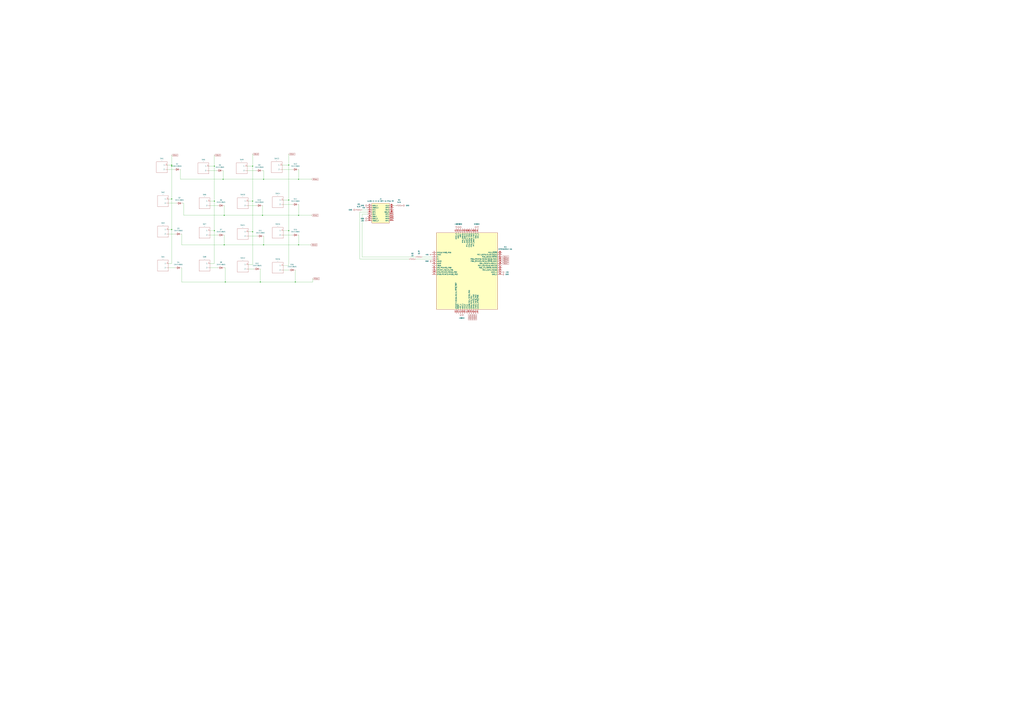
<source format=kicad_sch>
(kicad_sch (version 20250114) (generator "eeschema") (generator_version "9.0")
  (paper "A0")
  (lib_symbols
    (symbol "Atmega32u4:ATMEGA32U4-AU"
      (property "Reference" "IC" (at 77.47 27.94 0))
      (property "Value" "ATMEGA32U4-AU" (at 77.47 25.4 0))
      (symbol "ATMEGA32U4-AU_1_1"
        (rectangle (start 5.08 22.86) (end 76.2 -66.04) (stroke (width 0.254)) (fill (type background)))
        (pin passive line (at 0 0 0) (length 5.08) (name "(INT.6/AIN0)_PE6") (number "1"))
        (pin passive line (at 0 -2.54 0) (length 5.08) (name "UVCC") (number "2"))
        (pin passive line (at 0 -5.08 0) (length 5.08) (name "D-") (number "3"))
        (pin passive line (at 0 -7.62 0) (length 5.08) (name "D+") (number "4"))
        (pin passive line (at 0 -10.16 0) (length 5.08) (name "UGND") (number "5"))
        (pin passive line (at 0 -12.7 0) (length 5.08) (name "UCAP") (number "6"))
        (pin passive line (at 0 -15.24 0) (length 5.08) (name "VBUS") (number "7"))
        (pin passive line (at 0 -17.78 0) (length 5.08) (name "(SS/PCINT0)_PB0") (number "8"))
        (pin passive line (at 0 -20.32 0) (length 5.08) (name "(PCINT1/SCLK)_PB1") (number "9"))
        (pin passive line (at 0 -22.86 0) (length 5.08) (name "(PDI/PCINT2/MOSI)_PB2") (number "10"))
        (pin passive line (at 0 -25.4 0) (length 5.08) (name "(PDO/PCINT3/MISO)_PB3") (number "11"))
        (pin passive line (at 27.94 27.94 270) (length 5.08) (name "AVCC_2") (number "44"))
        (pin passive line (at 27.94 -71.12 90) (length 5.08) (name "(PCINT7/OC0A/OC1C/~{RTS)_PB7}") (number "12"))
        (pin passive line (at 30.48 27.94 270) (length 5.08) (name "GND_4") (number "43"))
        (pin passive line (at 30.48 -71.12 90) (length 5.08) (name "~{RESET}") (number "13"))
        (pin passive line (at 33.02 27.94 270) (length 5.08) (name "AREF") (number "42"))
        (pin passive line (at 33.02 -71.12 90) (length 5.08) (name "VCC_1") (number "14"))
        (pin passive line (at 35.56 27.94 270) (length 5.08) (name "PF0_(ADC0)") (number "41"))
        (pin passive line (at 35.56 -71.12 90) (length 5.08) (name "GND_1") (number "15"))
        (pin passive line (at 38.1 27.94 270) (length 5.08) (name "PF1_(ADC1)") (number "40"))
        (pin passive line (at 38.1 -71.12 90) (length 5.08) (name "XTAL2") (number "16"))
        (pin passive line (at 40.64 27.94 270) (length 5.08) (name "PF4_(ADC4/TCK)") (number "39"))
        (pin passive line (at 40.64 -71.12 90) (length 5.08) (name "XTAL1") (number "17"))
        (pin passive line (at 43.18 27.94 270) (length 5.08) (name "PF5_(ADC5/TMS)") (number "38"))
        (pin passive line (at 43.18 -71.12 90) (length 5.08) (name "(OC0B/SCL/INT0)_PD0") (number "18"))
        (pin passive line (at 45.72 27.94 270) (length 5.08) (name "PF6_(ADC6/TDO)") (number "37"))
        (pin passive line (at 45.72 -71.12 90) (length 5.08) (name "(SDA/INT1)_PD1") (number "19"))
        (pin passive line (at 48.26 27.94 270) (length 5.08) (name "PF7_(ADC7/TDI)") (number "36"))
        (pin passive line (at 48.26 -71.12 90) (length 5.08) (name "(RXD1/INT2)_PD2") (number "20"))
        (pin passive line (at 50.8 27.94 270) (length 5.08) (name "GND_3") (number "35"))
        (pin passive line (at 50.8 -71.12 90) (length 5.08) (name "(TXD1/INT3)_PD3") (number "21"))
        (pin passive line (at 53.34 27.94 270) (length 5.08) (name "VCC_2") (number "34"))
        (pin passive line (at 53.34 -71.12 90) (length 5.08) (name "(XCK1/~{CTS)_PD5}") (number "22"))
        (pin passive line (at 81.28 0 180) (length 5.08) (name "PE2_(~{HWB)}") (number "33"))
        (pin passive line (at 81.28 -2.54 180) (length 5.08) (name "PC7_(ICP3/CLK0/OC)4A") (number "32"))
        (pin passive line (at 81.28 -5.08 180) (length 5.08) (name "PC6_(OC3A/~{OC4A)}") (number "31"))
        (pin passive line (at 81.28 -7.62 180) (length 5.08) (name "PB6_(PCINT6/OC1B/OC4B/ADC)") (number "30"))
        (pin passive line (at 81.28 -10.16 180) (length 5.08) (name "PB5_(PCINT5/OC1A/~{OC4B}/ADC)") (number "29"))
        (pin passive line (at 81.28 -12.7 180) (length 5.08) (name "PB4_(PCINT4/ADC11)") (number "28"))
        (pin passive line (at 81.28 -15.24 180) (length 5.08) (name "PD7_(T0/OC4D/ADC10)") (number "27"))
        (pin passive line (at 81.28 -17.78 180) (length 5.08) (name "PD6_(T1/~{OC4D}/ADC9)") (number "26"))
        (pin passive line (at 81.28 -20.32 180) (length 5.08) (name "PD4_(ICP1/ADC8)") (number "25"))
        (pin passive line (at 81.28 -22.86 180) (length 5.08) (name "AVCC_1") (number "24"))
        (pin passive line (at 81.28 -25.4 180) (length 5.08) (name "GND_2") (number "23"))
      )
    )
    (symbol "Device:R_US" (pin_numbers (hide yes)) (pin_names (offset 0))
      (property "Reference" "R" (at 2.54 0 90))
      (property "Value" "R_US" (at -2.54 0 90))
      (symbol "R_US_0_1"
        (polyline (pts (xy 0 2.286) (xy 0 2.54)))
        (polyline (pts (xy 0 2.286) (xy 1.016 1.905) (xy 0 1.524) (xy -1.016 1.143) (xy 0 0.762)))
        (polyline (pts (xy 0 0.762) (xy 1.016 0.381) (xy 0 0) (xy -1.016 -0.381) (xy 0 -0.762)))
        (polyline (pts (xy 0 -0.762) (xy 1.016 -1.143) (xy 0 -1.524) (xy -1.016 -1.905) (xy 0 -2.286)))
        (polyline (pts (xy 0 -2.286) (xy 0 -2.54)))
      )
      (symbol "R_US_1_1"
        (pin passive line (at 0 3.81 270) (length 1.27) (name "~") (number "1"))
        (pin passive line (at 0 -3.81 90) (length 1.27) (name "~") (number "2"))
      )
    )
    (symbol "Diode:1N4148WS" (pin_numbers (hide yes)) (pin_names (hide yes))
      (property "Reference" "D" (at 0 2.54 0))
      (property "Value" "1N4148WS" (at 0 -2.54 0))
      (symbol "1N4148WS_0_1"
        (polyline (pts (xy -1.27 1.27) (xy -1.27 -1.27)) (stroke (width 0.254)))
        (polyline (pts (xy 1.27 1.27) (xy 1.27 -1.27) (xy -1.27 0) (xy 1.27 1.27)) (stroke (width 0.254)))
        (polyline (pts (xy 1.27 0) (xy -1.27 0)))
      )
      (symbol "1N4148WS_1_1"
        (pin passive line (at -3.81 0 0) (length 2.54) (name "K") (number "1"))
        (pin passive line (at 3.81 0 180) (length 2.54) (name "A") (number "2"))
      )
    )
    (symbol "USB Connectors Type C:UJ20-C-H-G-SMT-5-P16-TR"
      (property "Reference" "J" (at 26.67 7.62 0))
      (property "Value" "UJ20-C-H-G-SMT-5-P16-TR" (at 26.67 5.08 0))
      (symbol "UJ20-C-H-G-SMT-5-P16-TR_1_1"
        (rectangle (start 5.08 2.54) (end 25.4 -20.32) (stroke (width 0.254)) (fill (type background)))
        (pin passive line (at 0 0 0) (length 5.08) (name "GND_1") (number "A1"))
        (pin passive line (at 0 -2.54 0) (length 5.08) (name "VBUS_1") (number "A4"))
        (pin passive line (at 0 -5.08 0) (length 5.08) (name "CC1") (number "A5"))
        (pin passive line (at 0 -7.62 0) (length 5.08) (name "DP1") (number "A6"))
        (pin passive line (at 0 -10.16 0) (length 5.08) (name "DN1") (number "A7"))
        (pin passive line (at 0 -12.7 0) (length 5.08) (name "SBU1") (number "A8"))
        (pin passive line (at 0 -15.24 0) (length 5.08) (name "GND_2") (number "B1"))
        (pin passive line (at 0 -17.78 0) (length 5.08) (name "VBUS_2") (number "B4"))
        (pin passive line (at 30.48 0 180) (length 5.08) (name "CC2") (number "B5"))
        (pin passive line (at 30.48 -2.54 180) (length 5.08) (name "DP2") (number "B6"))
        (pin passive line (at 30.48 -5.08 180) (length 5.08) (name "DN2") (number "B7"))
        (pin passive line (at 30.48 -7.62 180) (length 5.08) (name "SBU2") (number "B8"))
        (pin passive line (at 30.48 -10.16 180) (length 5.08) (name "MP1") (number "MP1"))
        (pin passive line (at 30.48 -12.7 180) (length 5.08) (name "MP2") (number "MP2"))
        (pin passive line (at 30.48 -15.24 180) (length 5.08) (name "MP3") (number "MP3"))
        (pin passive line (at 30.48 -17.78 180) (length 5.08) (name "MP4") (number "MP4"))
      )
    )
    (symbol "cherry_mx_key:MX1A-G1NW"
      (property "Reference" "SW" (at 0 0 0))
      (symbol "MX1A-G1NW_0_1"
        (rectangle (start -6.35 6.35) (end 6.35 -6.35))
      )
      (symbol "MX1A-G1NW_1_1"
        (pin passive line (at 6.35 2.54 180) (length 2.54) (name "1") (number "1"))
        (pin passive line (at 6.35 -2.54 180) (length 2.54) (name "2") (number ""))
      )
    )
    (symbol "power:+5V" (power) (pin_numbers (hide yes)) (pin_names (offset 0) (hide yes))
      (property "Value" "+5V" (at 0 3.556 0))
      (symbol "+5V_0_1"
        (polyline (pts (xy -0.762 1.27) (xy 0 2.54)))
        (polyline (pts (xy 0 2.54) (xy 0.762 1.27)))
        (polyline (pts (xy 0 0) (xy 0 2.54)))
      )
      (symbol "+5V_1_1"
        (pin power_in line (at 0 0 90) (length 0) (name "~") (number "1"))
      )
    )
    (symbol "power:GND" (power) (pin_numbers (hide yes)) (pin_names (offset 0) (hide yes))
      (property "Value" "GND" (at 0 -3.81 0))
      (symbol "GND_0_1"
        (polyline (pts (xy 0 0) (xy 0 -1.27) (xy 1.27 -1.27) (xy 0 -2.54) (xy -1.27 -1.27) (xy 0 -1.27)))
      )
      (symbol "GND_1_1"
        (pin power_in line (at 0 0 270) (length 0) (name "~") (number "1"))
      )
    )
  )
  (junction (at 260.35 284.48))
  (junction (at 261.62 327.66))
  (junction (at 306.07 284.48))
  (junction (at 342.9 327.66))
  (junction (at 346.71 284.48))
  (junction (at 335.28 191.77))
  (junction (at 260.35 250.19))
  (junction (at 248.92 267.97))
  (junction (at 199.39 231.14))
  (junction (at 259.08 208.28))
  (junction (at 199.39 266.7))
  (junction (at 335.28 267.97))
  (junction (at 248.92 233.68))
  (junction (at 293.37 269.24))
  (junction (at 302.26 327.66))
  (junction (at 199.39 191.77))
  (junction (at 304.8 250.19))
  (junction (at 248.92 193.04))
  (junction (at 199.39 193.04))
  (junction (at 346.71 250.19))
  (junction (at 306.07 208.28))
  (junction (at 293.37 193.04))
  (junction (at 335.28 232.41))
  (junction (at 346.71 208.28))
  (junction (at 293.37 233.68))
  (wire (pts (xy 346.71 250.19) (xy 361.95 250.19)))
  (wire (pts (xy 195.58 311.15) (xy 203.2 311.15)))
  (wire (pts (xy 288.29 274.32) (xy 298.45 274.32)))
  (wire (pts (xy 261.62 311.15) (xy 261.62 327.66)))
  (wire (pts (xy 293.37 233.68) (xy 293.37 269.24)))
  (wire (pts (xy 490.22 298.45) (xy 501.65 298.45)))
  (wire (pts (xy 346.71 196.85) (xy 346.71 208.28)))
  (wire (pts (xy 248.92 180.34) (xy 248.92 193.04)))
  (wire (pts (xy 213.36 236.22) (xy 213.36 250.19)))
  (wire (pts (xy 209.55 208.28) (xy 259.08 208.28)))
  (wire (pts (xy 328.93 232.41) (xy 335.28 232.41)))
  (wire (pts (xy 288.29 312.42) (xy 294.64 312.42)))
  (wire (pts (xy 243.84 311.15) (xy 252.73 311.15)))
  (wire (pts (xy 242.57 198.12) (xy 251.46 198.12)))
  (wire (pts (xy 199.39 266.7) (xy 199.39 306.07)))
  (wire (pts (xy 474.98 300.99) (xy 417.83 300.99)))
  (wire (pts (xy 293.37 307.34) (xy 288.29 307.34)))
  (wire (pts (xy 260.35 250.19) (xy 304.8 250.19)))
  (wire (pts (xy 259.08 198.12) (xy 259.08 208.28)))
  (wire (pts (xy 304.8 250.19) (xy 346.71 250.19)))
  (wire (pts (xy 420.37 243.84) (xy 426.72 243.84)))
  (wire (pts (xy 209.55 196.85) (xy 209.55 208.28)))
  (wire (pts (xy 328.93 267.97) (xy 335.28 267.97)))
  (wire (pts (xy 260.35 311.15) (xy 261.62 311.15)))
  (wire (pts (xy 363.22 323.85) (xy 363.22 327.66)))
  (wire (pts (xy 199.39 180.34) (xy 199.39 191.77)))
  (wire (pts (xy 199.39 231.14) (xy 199.39 266.7)))
  (wire (pts (xy 248.92 193.04) (xy 248.92 233.68)))
  (wire (pts (xy 306.07 198.12) (xy 306.07 208.28)))
  (wire (pts (xy 243.84 267.97) (xy 248.92 267.97)))
  (wire (pts (xy 293.37 179.07) (xy 293.37 193.04)))
  (wire (pts (xy 306.07 274.32) (xy 306.07 284.48)))
  (wire (pts (xy 260.35 284.48) (xy 306.07 284.48)))
  (wire (pts (xy 210.82 327.66) (xy 261.62 327.66)))
  (wire (pts (xy 346.71 208.28) (xy 361.95 208.28)))
  (wire (pts (xy 248.92 306.07) (xy 243.84 306.07)))
  (wire (pts (xy 346.71 284.48) (xy 360.68 284.48)))
  (wire (pts (xy 288.29 238.76) (xy 297.18 238.76)))
  (wire (pts (xy 242.57 193.04) (xy 248.92 193.04)))
  (wire (pts (xy 335.28 267.97) (xy 335.28 308.61)))
  (wire (pts (xy 482.6 298.45) (xy 420.37 298.45)))
  (wire (pts (xy 417.83 246.38) (xy 426.72 246.38)))
  (wire (pts (xy 293.37 269.24) (xy 293.37 307.34)))
  (wire (pts (xy 457.2 238.76) (xy 459.74 238.76)))
  (wire (pts (xy 346.71 237.49) (xy 346.71 250.19)))
  (wire (pts (xy 210.82 284.48) (xy 260.35 284.48)))
  (wire (pts (xy 243.84 233.68) (xy 248.92 233.68)))
  (wire (pts (xy 194.31 196.85) (xy 201.93 196.85)))
  (wire (pts (xy 260.35 238.76) (xy 260.35 250.19)))
  (wire (pts (xy 259.08 208.28) (xy 306.07 208.28)))
  (wire (pts (xy 306.07 208.28) (xy 346.71 208.28)))
  (wire (pts (xy 199.39 191.77) (xy 199.39 193.04)))
  (wire (pts (xy 342.9 327.66) (xy 363.22 327.66)))
  (wire (pts (xy 327.66 191.77) (xy 335.28 191.77)))
  (wire (pts (xy 210.82 271.78) (xy 210.82 284.48)))
  (wire (pts (xy 243.84 273.05) (xy 252.73 273.05)))
  (wire (pts (xy 213.36 250.19) (xy 260.35 250.19)))
  (wire (pts (xy 420.37 298.45) (xy 420.37 248.92)))
  (wire (pts (xy 335.28 179.07) (xy 335.28 191.77)))
  (wire (pts (xy 261.62 327.66) (xy 302.26 327.66)))
  (wire (pts (xy 260.35 273.05) (xy 260.35 284.48)))
  (wire (pts (xy 335.28 191.77) (xy 335.28 232.41)))
  (wire (pts (xy 199.39 306.07) (xy 195.58 306.07)))
  (wire (pts (xy 482.6 300.99) (xy 501.65 300.99)))
  (wire (pts (xy 199.39 193.04) (xy 199.39 231.14)))
  (wire (pts (xy 248.92 267.97) (xy 248.92 306.07)))
  (wire (pts (xy 243.84 238.76) (xy 252.73 238.76)))
  (wire (pts (xy 287.02 193.04) (xy 293.37 193.04)))
  (wire (pts (xy 335.28 308.61) (xy 328.93 308.61)))
  (wire (pts (xy 199.39 231.14) (xy 195.58 231.14)))
  (wire (pts (xy 306.07 284.48) (xy 346.71 284.48)))
  (wire (pts (xy 203.2 193.04) (xy 199.39 193.04)))
  (wire (pts (xy 302.26 327.66) (xy 342.9 327.66)))
  (wire (pts (xy 304.8 238.76) (xy 304.8 250.19)))
  (wire (pts (xy 327.66 196.85) (xy 339.09 196.85)))
  (wire (pts (xy 417.83 300.99) (xy 417.83 246.38)))
  (wire (pts (xy 210.82 311.15) (xy 210.82 327.66)))
  (wire (pts (xy 342.9 313.69) (xy 342.9 327.66)))
  (wire (pts (xy 248.92 233.68) (xy 248.92 267.97)))
  (wire (pts (xy 302.26 312.42) (xy 302.26 327.66)))
  (wire (pts (xy 346.71 273.05) (xy 346.71 284.48)))
  (wire (pts (xy 420.37 248.92) (xy 426.72 248.92)))
  (wire (pts (xy 195.58 271.78) (xy 203.2 271.78)))
  (wire (pts (xy 288.29 269.24) (xy 293.37 269.24)))
  (wire (pts (xy 328.93 313.69) (xy 335.28 313.69)))
  (wire (pts (xy 195.58 236.22) (xy 204.47 236.22)))
  (wire (pts (xy 335.28 232.41) (xy 335.28 267.97)))
  (wire (pts (xy 288.29 233.68) (xy 293.37 233.68)))
  (wire (pts (xy 328.93 237.49) (xy 339.09 237.49)))
  (wire (pts (xy 287.02 198.12) (xy 297.18 198.12)))
  (wire (pts (xy 194.31 191.77) (xy 199.39 191.77)))
  (wire (pts (xy 293.37 193.04) (xy 293.37 233.68)))
  (wire (pts (xy 212.09 236.22) (xy 213.36 236.22)))
  (wire (pts (xy 195.58 266.7) (xy 199.39 266.7)))
  (wire (pts (xy 304.8 198.12) (xy 306.07 198.12)))
  (wire (pts (xy 328.93 273.05) (xy 339.09 273.05)))
  (global_label "ROW1" (shape input) (at 361.95 208.28 0) (property "Intersheetrefs" "${INTERSHEET_REFS}" (effects (hide yes))))
  (global_label "ROW1" (shape input) (at 582.93 306.07 0) (property "Intersheetrefs" "${INTERSHEET_REFS}" (effects (hide yes))))
  (global_label "COL3" (shape input) (at 293.37 179.07 0) (property "Intersheetrefs" "${INTERSHEET_REFS}" (effects (hide yes))))
  (global_label "COL2" (shape input) (at 547.37 364.49 270) (property "Intersheetrefs" "${INTERSHEET_REFS}" (effects (hide yes))))
  (global_label "COL1" (shape input) (at 199.39 180.34 0) (property "Intersheetrefs" "${INTERSHEET_REFS}" (effects (hide yes))))
  (global_label "COL3" (shape input) (at 549.91 364.49 270) (property "Intersheetrefs" "${INTERSHEET_REFS}" (effects (hide yes))))
  (global_label "COL2" (shape input) (at 248.92 180.34 0) (property "Intersheetrefs" "${INTERSHEET_REFS}" (effects (hide yes))))
  (global_label "COL4" (shape input) (at 552.45 364.49 270) (property "Intersheetrefs" "${INTERSHEET_REFS}" (effects (hide yes))))
  (global_label "ROW4" (shape input) (at 363.22 323.85 0) (property "Intersheetrefs" "${INTERSHEET_REFS}" (effects (hide yes))))
  (global_label "ROW2" (shape input) (at 361.95 250.19 0) (property "Intersheetrefs" "${INTERSHEET_REFS}" (effects (hide yes))))
  (global_label "ROW3" (shape input) (at 360.68 284.48 0) (property "Intersheetrefs" "${INTERSHEET_REFS}" (effects (hide yes))))
  (global_label "ROW2" (shape input) (at 582.93 303.53 0) (property "Intersheetrefs" "${INTERSHEET_REFS}" (effects (hide yes))))
  (global_label "COL1" (shape input) (at 544.83 364.49 270) (property "Intersheetrefs" "${INTERSHEET_REFS}" (effects (hide yes))))
  (global_label "COL4" (shape input) (at 335.28 179.07 0) (property "Intersheetrefs" "${INTERSHEET_REFS}" (effects (hide yes))))
  (global_label "ROW4" (shape input) (at 582.93 298.45 0) (property "Intersheetrefs" "${INTERSHEET_REFS}" (effects (hide yes))))
  (global_label "ROW3" (shape input) (at 582.93 300.99 0) (property "Intersheetrefs" "${INTERSHEET_REFS}" (effects (hide yes))))
  (symbol (lib_id "Diode:1N4148WS") (at 256.54 273.05 180) (unit 1)
    (property "Reference" "D7" (at 256.54 266.7 0))
    (property "Value" "1N4148WS" (at 256.54 269.24 0))
    (property "Footprint" "Diode_SMD:D_SOD-323" (effects (hide yes)))
    (property "Datasheet" "https://www.vishay.com/docs/85751/1n4148ws.pdf" (effects (hide yes)))
    (property "Description" "75V 0.15A Fast switching Diode, SOD-323" (effects (hide yes)))
    (property "Sim.Device" "D" (effects (hide yes)))
    (property "Sim.Pins" "1=K 2=A" (effects (hide yes)))
  )
  (symbol (lib_id "Diode:1N4148WS") (at 342.9 237.49 180) (unit 1)
    (property "Reference" "D14" (at 342.9 231.14 0))
    (property "Value" "1N4148WS" (at 342.9 233.68 0))
    (property "Footprint" "Diode_SMD:D_SOD-323" (effects (hide yes)))
    (property "Datasheet" "https://www.vishay.com/docs/85751/1n4148ws.pdf" (effects (hide yes)))
    (property "Description" "75V 0.15A Fast switching Diode, SOD-323" (effects (hide yes)))
    (property "Sim.Device" "D" (effects (hide yes)))
    (property "Sim.Pins" "1=K 2=A" (effects (hide yes)))
  )
  (symbol (lib_id "Diode:1N4148WS") (at 298.45 312.42 180) (unit 1)
    (property "Reference" "D12" (at 298.45 306.07 0))
    (property "Value" "1N4148WS" (at 298.45 308.61 0))
    (property "Footprint" "Diode_SMD:D_SOD-323" (effects (hide yes)))
    (property "Datasheet" "https://www.vishay.com/docs/85751/1n4148ws.pdf" (effects (hide yes)))
    (property "Description" "75V 0.15A Fast switching Diode, SOD-323" (effects (hide yes)))
    (property "Sim.Device" "D" (effects (hide yes)))
    (property "Sim.Pins" "1=K 2=A" (effects (hide yes)))
  )
  (symbol (lib_id "Diode:1N4148WS") (at 342.9 273.05 180) (unit 1)
    (property "Reference" "D15" (at 342.9 266.7 0))
    (property "Value" "1N4148WS" (at 342.9 269.24 0))
    (property "Footprint" "Diode_SMD:D_SOD-323" (effects (hide yes)))
    (property "Datasheet" "https://www.vishay.com/docs/85751/1n4148ws.pdf" (effects (hide yes)))
    (property "Description" "75V 0.15A Fast switching Diode, SOD-323" (effects (hide yes)))
    (property "Sim.Device" "D" (effects (hide yes)))
    (property "Sim.Pins" "1=K 2=A" (effects (hide yes)))
  )
  (symbol (lib_id "Diode:1N4148WS") (at 256.54 238.76 180) (unit 1)
    (property "Reference" "D6" (at 256.54 232.41 0))
    (property "Value" "1N4148WS" (at 256.54 234.95 0))
    (property "Footprint" "Diode_SMD:D_SOD-323" (effects (hide yes)))
    (property "Datasheet" "https://www.vishay.com/docs/85751/1n4148ws.pdf" (effects (hide yes)))
    (property "Description" "75V 0.15A Fast switching Diode, SOD-323" (effects (hide yes)))
    (property "Sim.Device" "D" (effects (hide yes)))
    (property "Sim.Pins" "1=K 2=A" (effects (hide yes)))
  )
  (symbol (lib_id "Diode:1N4148WS") (at 342.9 196.85 180) (unit 1)
    (property "Reference" "D13" (at 342.9 190.5 0))
    (property "Value" "1N4148WS" (at 342.9 193.04 0))
    (property "Footprint" "Diode_SMD:D_SOD-323" (effects (hide yes)))
    (property "Datasheet" "https://www.vishay.com/docs/85751/1n4148ws.pdf" (effects (hide yes)))
    (property "Description" "75V 0.15A Fast switching Diode, SOD-323" (effects (hide yes)))
    (property "Sim.Device" "D" (effects (hide yes)))
    (property "Sim.Pins" "1=K 2=A" (effects (hide yes)))
  )
  (symbol (lib_id "Diode:1N4148WS") (at 255.27 198.12 180) (unit 1)
    (property "Reference" "D5" (at 255.27 191.77 0))
    (property "Value" "1N4148WS" (at 255.27 194.31 0))
    (property "Footprint" "Diode_SMD:D_SOD-323" (effects (hide yes)))
    (property "Datasheet" "https://www.vishay.com/docs/85751/1n4148ws.pdf" (effects (hide yes)))
    (property "Description" "75V 0.15A Fast switching Diode, SOD-323" (effects (hide yes)))
    (property "Sim.Device" "D" (effects (hide yes)))
    (property "Sim.Pins" "1=K 2=A" (effects (hide yes)))
  )
  (symbol (lib_id "USB Connectors Type C:UJ20-C-H-G-SMT-5-P16-TR") (at 426.72 238.76 0) (unit 1)
    (property "Reference" "J1" (at 441.96 231.14 0))
    (property "Value" "UJ20-C-H-G-SMT-5-P16-TR" (at 441.96 233.68 0))
    (property "Footprint" "UJ20CHGSMT5P16TR" (effects (hide yes)))
    (property "Datasheet" "https://www.sameskydevices.com/product/resource/uj20-c-h-g-smt-5-p16-tr.pdf" (effects (hide yes)))
    (property "Description" "Type C, USB 2.0, 480 Mbps, 48 Vac, 5 A, Horizontal, Gold Plated 3u, Surface Mount with post, 16 pin, USB Receptacle" (effects (hide yes)))
    (property "Height" "3.41" (effects (hide yes)))
    (property "Mouser Part Number" "179-UJ20CHGSMT5P16TR" (effects (hide yes)))
    (property "Mouser Price/Stock" "https://www.mouser.co.uk/ProductDetail/Same-Sky/UJ20-C-H-G-SMT-5-P16-TR?qs=IKkN%2F947nfD2hE8asV9%252BEg%3D%3D" (effects (hide yes)))
    (property "Manufacturer_Name" "Same Sky" (effects (hide yes)))
    (property "Manufacturer_Part_Number" "UJ20-C-H-G-SMT-5-P16-TR" (effects (hide yes)))
  )
  (symbol (lib_id "Device:R_US") (at 486.41 298.45 90) (unit 1)
    (property "Reference" "R1" (at 486.41 292.1 90))
    (property "Value" "22" (at 486.41 294.64 90))
    (property "Description" "Resistor, US symbol" (effects (hide yes)))
  )
  (symbol (lib_id "Diode:1N4148WS") (at 300.99 198.12 180) (unit 1)
    (property "Reference" "D9" (at 300.99 191.77 0))
    (property "Value" "1N4148WS" (at 300.99 194.31 0))
    (property "Footprint" "Diode_SMD:D_SOD-323" (effects (hide yes)))
    (property "Datasheet" "https://www.vishay.com/docs/85751/1n4148ws.pdf" (effects (hide yes)))
    (property "Description" "75V 0.15A Fast switching Diode, SOD-323" (effects (hide yes)))
    (property "Sim.Device" "D" (effects (hide yes)))
    (property "Sim.Pins" "1=K 2=A" (effects (hide yes)))
  )
  (symbol (lib_id "cherry_mx_key:MX1A-G1NW") (at 322.58 270.51 0) (unit 1)
    (property "Reference" "SW15" (at 322.58 260.35 0))
    (property "Value" "~" (at 322.58 262.89 0))
  )
  (symbol (lib_id "cherry_mx_key:MX1A-G1NW") (at 281.94 309.88 0) (unit 1)
    (property "Reference" "SW12" (at 281.94 299.72 0))
    (property "Value" "~" (at 281.94 302.26 0))
  )
  (symbol (lib_id "power:GND") (at 537.21 364.49 0) (unit 1)
    (property "Reference" "#PWR06" (effects (hide yes)))
    (property "Value" "GND" (at 537.21 369.57 0))
    (property "Description" "Power symbol creates a global label with name \"GND\" , ground" (effects (hide yes)))
  )
  (symbol (lib_id "cherry_mx_key:MX1A-G1NW") (at 237.49 308.61 0) (unit 1)
    (property "Reference" "SW8" (at 237.49 298.45 0))
    (property "Value" "~" (at 237.49 300.99 0))
  )
  (symbol (lib_id "Diode:1N4148WS") (at 339.09 313.69 180) (unit 1)
    (property "Reference" "D16" (at 339.09 307.34 0))
    (property "Value" "1N4148WS" (at 339.09 309.88 0))
    (property "Footprint" "Diode_SMD:D_SOD-323" (effects (hide yes)))
    (property "Datasheet" "https://www.vishay.com/docs/85751/1n4148ws.pdf" (effects (hide yes)))
    (property "Description" "75V 0.15A Fast switching Diode, SOD-323" (effects (hide yes)))
    (property "Sim.Device" "D" (effects (hide yes)))
    (property "Sim.Pins" "1=K 2=A" (effects (hide yes)))
  )
  (symbol (lib_id "Diode:1N4148WS") (at 302.26 274.32 180) (unit 1)
    (property "Reference" "D11" (at 302.26 267.97 0))
    (property "Value" "1N4148WS" (at 302.26 270.51 0))
    (property "Footprint" "Diode_SMD:D_SOD-323" (effects (hide yes)))
    (property "Datasheet" "https://www.vishay.com/docs/85751/1n4148ws.pdf" (effects (hide yes)))
    (property "Description" "75V 0.15A Fast switching Diode, SOD-323" (effects (hide yes)))
    (property "Sim.Device" "D" (effects (hide yes)))
    (property "Sim.Pins" "1=K 2=A" (effects (hide yes)))
  )
  (symbol (lib_id "cherry_mx_key:MX1A-G1NW") (at 281.94 236.22 0) (unit 1)
    (property "Reference" "SW10" (at 281.94 226.06 0))
    (property "Value" "~" (at 281.94 228.6 0))
  )
  (symbol (lib_id "power:GND") (at 552.45 265.43 180) (unit 1)
    (property "Reference" "#PWR08" (effects (hide yes)))
    (property "Value" "GND" (at 552.45 260.35 0))
    (property "Description" "Power symbol creates a global label with name \"GND\" , ground" (effects (hide yes)))
  )
  (symbol (lib_id "power:GND") (at 534.67 265.43 180) (unit 1)
    (property "Reference" "#PWR017" (effects (hide yes)))
    (property "Value" "GND" (at 534.67 260.35 0))
    (property "Description" "Power symbol creates a global label with name \"GND\" , ground" (effects (hide yes)))
  )
  (symbol (lib_id "cherry_mx_key:MX1A-G1NW") (at 281.94 271.78 0) (unit 1)
    (property "Reference" "SW11" (at 281.94 261.62 0))
    (property "Value" "~" (at 281.94 264.16 0))
  )
  (symbol (lib_id "Atmega32u4:ATMEGA32U4-AU") (at 501.65 293.37 0) (unit 1)
    (property "Reference" "IC1" (at 586.74 286.9498 0))
    (property "Value" "ATMEGA32U4-AU" (at 586.74 289.4898 0))
    (property "Footprint" "QFP80P1200X1200X120-44N" (effects (hide yes)))
    (property "Datasheet" "http://www.atmel.com/images/atmel-7766-8-bit-avr-atmega16u4-32u4_summary.pdf" (effects (hide yes)))
    (property "Description" "MCU AVR 32K FLASH 16MHZ 44-TQFP Atmel ATMEGA32U4-AU, 8bit AVR Microcontroller, 16MHz, 1 kB, 32 kB Flash, 44-Pin TQFP" (effects (hide yes)))
    (property "Height" "1.2" (effects (hide yes)))
    (property "Mouser Part Number" "556-ATMEGA32U4-AU" (effects (hide yes)))
    (property "Mouser Price/Stock" "https://www.mouser.co.uk/ProductDetail/Microchip-Technology/ATMEGA32U4-AU?qs=SSucg2PyLi7mKWjHIsNJ3w%3D%3D" (effects (hide yes)))
    (property "Manufacturer_Name" "Microchip" (effects (hide yes)))
    (property "Manufacturer_Part_Number" "ATMEGA32U4-AU" (effects (hide yes)))
  )
  (symbol (lib_id "power:+5V") (at 426.72 256.54 90) (unit 1)
    (property "Reference" "#PWR016" (effects (hide yes)))
    (property "Value" "+5V" (at 422.91 256.5399 90) (effects (justify left)))
    (property "Description" "Power symbol creates a global label with name \"+5V\"" (effects (hide yes)))
  )
  (symbol (lib_id "power:+5V") (at 534.67 364.49 180) (unit 1)
    (property "Reference" "#PWR013" (effects (hide yes)))
    (property "Value" "+5V" (at 534.67 369.57 0))
    (property "Description" "Power symbol creates a global label with name \"+5V\"" (effects (hide yes)))
  )
  (symbol (lib_id "cherry_mx_key:MX1A-G1NW") (at 322.58 234.95 0) (unit 1)
    (property "Reference" "SW14" (at 322.58 224.79 0))
    (property "Value" "~" (at 322.58 227.33 0))
  )
  (symbol (lib_id "Diode:1N4148WS") (at 208.28 236.22 180) (unit 1)
    (property "Reference" "D2" (at 208.28 229.87 0))
    (property "Value" "1N4148WS" (at 208.28 232.41 0))
    (property "Footprint" "Diode_SMD:D_SOD-323" (effects (hide yes)))
    (property "Datasheet" "https://www.vishay.com/docs/85751/1n4148ws.pdf" (effects (hide yes)))
    (property "Description" "75V 0.15A Fast switching Diode, SOD-323" (effects (hide yes)))
    (property "Sim.Device" "D" (effects (hide yes)))
    (property "Sim.Pins" "1=K 2=A" (effects (hide yes)))
  )
  (symbol (lib_id "Diode:1N4148WS") (at 256.54 311.15 180) (unit 1)
    (property "Reference" "D8" (at 256.54 304.8 0))
    (property "Value" "1N4148WS" (at 256.54 307.34 0))
    (property "Footprint" "Diode_SMD:D_SOD-323" (effects (hide yes)))
    (property "Datasheet" "https://www.vishay.com/docs/85751/1n4148ws.pdf" (effects (hide yes)))
    (property "Description" "75V 0.15A Fast switching Diode, SOD-323" (effects (hide yes)))
    (property "Sim.Device" "D" (effects (hide yes)))
    (property "Sim.Pins" "1=K 2=A" (effects (hide yes)))
  )
  (symbol (lib_id "Diode:1N4148WS") (at 300.99 238.76 180) (unit 1)
    (property "Reference" "D10" (at 300.99 232.41 0))
    (property "Value" "1N4148WS" (at 300.99 234.95 0))
    (property "Footprint" "Diode_SMD:D_SOD-323" (effects (hide yes)))
    (property "Datasheet" "https://www.vishay.com/docs/85751/1n4148ws.pdf" (effects (hide yes)))
    (property "Description" "75V 0.15A Fast switching Diode, SOD-323" (effects (hide yes)))
    (property "Sim.Device" "D" (effects (hide yes)))
    (property "Sim.Pins" "1=K 2=A" (effects (hide yes)))
  )
  (symbol (lib_id "power:GND") (at 426.72 254 270) (unit 1)
    (property "Reference" "#PWR04" (effects (hide yes)))
    (property "Value" "GND" (at 422.91 253.9999 90) (effects (justify right)))
    (property "Description" "Power symbol creates a global label with name \"GND\" , ground" (effects (hide yes)))
  )
  (symbol (lib_id "cherry_mx_key:MX1A-G1NW") (at 187.96 194.31 0) (unit 1)
    (property "Reference" "SW1" (at 187.96 184.15 0))
    (property "Value" "~" (at 187.96 186.69 0))
  )
  (symbol (lib_id "power:+5V") (at 501.65 295.91 90) (unit 1)
    (property "Reference" "#PWR014" (effects (hide yes)))
    (property "Value" "+5V" (at 497.84 295.9099 90) (effects (justify left)))
    (property "Description" "Power symbol creates a global label with name \"+5V\"" (effects (hide yes)))
  )
  (symbol (lib_id "power:GND") (at 426.72 238.76 270) (unit 1)
    (property "Reference" "#PWR03" (effects (hide yes)))
    (property "Value" "GND" (at 422.91 238.7599 90) (effects (justify right)))
    (property "Description" "Power symbol creates a global label with name \"GND\" , ground" (effects (hide yes)))
  )
  (symbol (lib_id "cherry_mx_key:MX1A-G1NW") (at 322.58 311.15 0) (unit 1)
    (property "Reference" "SW16" (at 322.58 300.99 0))
    (property "Value" "~" (at 322.58 303.53 0))
  )
  (symbol (lib_id "power:+5V") (at 582.93 316.23 270) (unit 1)
    (property "Reference" "#PWR012" (effects (hide yes)))
    (property "Value" "+5V" (at 586.74 316.2299 90) (effects (justify left)))
    (property "Description" "Power symbol creates a global label with name \"+5V\"" (effects (hide yes)))
  )
  (symbol (lib_id "power:GND") (at 532.13 265.43 180) (unit 1)
    (property "Reference" "#PWR09" (effects (hide yes)))
    (property "Value" "GND" (at 532.13 260.35 0))
    (property "Description" "Power symbol creates a global label with name \"GND\" , ground" (effects (hide yes)))
  )
  (symbol (lib_id "cherry_mx_key:MX1A-G1NW") (at 280.67 195.58 0) (unit 1)
    (property "Reference" "SW9" (at 280.67 185.42 0))
    (property "Value" "~" (at 280.67 187.96 0))
  )
  (symbol (lib_id "cherry_mx_key:MX1A-G1NW") (at 236.22 195.58 0) (unit 1)
    (property "Reference" "SW5" (at 236.22 185.42 0))
    (property "Value" "~" (at 236.22 187.96 0))
  )
  (symbol (lib_id "cherry_mx_key:MX1A-G1NW") (at 189.23 269.24 0) (unit 1)
    (property "Reference" "SW3" (at 189.23 259.08 0))
    (property "Value" "~" (at 189.23 261.62 0))
  )
  (symbol (lib_id "Device:R_US") (at 463.55 238.76 90) (unit 1)
    (property "Reference" "R4" (at 463.55 232.41 90))
    (property "Value" "5.1k" (at 463.55 234.95 90))
    (property "Description" "Resistor, US symbol" (effects (hide yes)))
  )
  (symbol (lib_id "cherry_mx_key:MX1A-G1NW") (at 321.31 194.31 0) (unit 1)
    (property "Reference" "SW13" (at 321.31 184.15 0))
    (property "Value" "~" (at 321.31 186.69 0))
  )
  (symbol (lib_id "Diode:1N4148WS") (at 205.74 196.85 180) (unit 1)
    (property "Reference" "D1" (at 205.74 190.5 0))
    (property "Value" "1N4148WS" (at 205.74 193.04 0))
    (property "Footprint" "Diode_SMD:D_SOD-323" (effects (hide yes)))
    (property "Datasheet" "https://www.vishay.com/docs/85751/1n4148ws.pdf" (effects (hide yes)))
    (property "Description" "75V 0.15A Fast switching Diode, SOD-323" (effects (hide yes)))
    (property "Sim.Device" "D" (effects (hide yes)))
    (property "Sim.Pins" "1=K 2=A" (effects (hide yes)))
  )
  (symbol (lib_id "cherry_mx_key:MX1A-G1NW") (at 189.23 233.68 0) (unit 1)
    (property "Reference" "SW2" (at 189.23 223.52 0))
    (property "Value" "~" (at 189.23 226.06 0))
  )
  (symbol (lib_id "power:GND") (at 412.75 243.84 270) (unit 1)
    (property "Reference" "#PWR02" (effects (hide yes)))
    (property "Value" "GND" (at 408.94 243.8399 90) (effects (justify right)))
    (property "Description" "Power symbol creates a global label with name \"GND\" , ground" (effects (hide yes)))
  )
  (symbol (lib_id "cherry_mx_key:MX1A-G1NW") (at 237.49 270.51 0) (unit 1)
    (property "Reference" "SW7" (at 237.49 260.35 0))
    (property "Value" "~" (at 237.49 262.89 0))
  )
  (symbol (lib_id "power:+5V") (at 529.59 265.43 0) (unit 1)
    (property "Reference" "#PWR010" (effects (hide yes)))
    (property "Value" "+5V" (at 529.59 260.35 0))
    (property "Description" "Power symbol creates a global label with name \"+5V\"" (effects (hide yes)))
  )
  (symbol (lib_id "Diode:1N4148WS") (at 207.01 271.78 180) (unit 1)
    (property "Reference" "D3" (at 207.01 265.43 0))
    (property "Value" "1N4148WS" (at 207.01 267.97 0))
    (property "Footprint" "Diode_SMD:D_SOD-323" (effects (hide yes)))
    (property "Datasheet" "https://www.vishay.com/docs/85751/1n4148ws.pdf" (effects (hide yes)))
    (property "Description" "75V 0.15A Fast switching Diode, SOD-323" (effects (hide yes)))
    (property "Sim.Device" "D" (effects (hide yes)))
    (property "Sim.Pins" "1=K 2=A" (effects (hide yes)))
  )
  (symbol (lib_id "power:+5V") (at 554.99 265.43 0) (unit 1)
    (property "Reference" "#PWR011" (effects (hide yes)))
    (property "Value" "+5V" (at 554.99 260.35 0))
    (property "Description" "Power symbol creates a global label with name \"+5V\"" (effects (hide yes)))
  )
  (symbol (lib_id "Diode:1N4148WS") (at 207.01 311.15 180) (unit 1)
    (property "Reference" "D4" (at 207.01 304.8 0))
    (property "Value" "1N4148WS" (at 207.01 307.34 0))
    (property "Footprint" "Diode_SMD:D_SOD-323" (effects (hide yes)))
    (property "Datasheet" "https://www.vishay.com/docs/85751/1n4148ws.pdf" (effects (hide yes)))
    (property "Description" "75V 0.15A Fast switching Diode, SOD-323" (effects (hide yes)))
    (property "Sim.Device" "D" (effects (hide yes)))
    (property "Sim.Pins" "1=K 2=A" (effects (hide yes)))
  )
  (symbol (lib_id "cherry_mx_key:MX1A-G1NW") (at 237.49 236.22 0) (unit 1)
    (property "Reference" "SW6" (at 237.49 226.06 0))
    (property "Value" "~" (at 237.49 228.6 0))
  )
  (symbol (lib_id "power:+5V") (at 427.99 241.3 90) (unit 1)
    (property "Reference" "#PWR015" (effects (hide yes)))
    (property "Value" "+5V" (at 424.18 241.2999 90) (effects (justify left)))
    (property "Description" "Power symbol creates a global label with name \"+5V\"" (effects (hide yes)))
  )
  (symbol (lib_id "cherry_mx_key:MX1A-G1NW") (at 189.23 308.61 0) (unit 1)
    (property "Reference" "SW4" (at 189.23 298.45 0))
    (property "Value" "~" (at 189.23 300.99 0))
  )
  (symbol (lib_id "power:GND") (at 467.36 238.76 90) (unit 1)
    (property "Reference" "#PWR01" (effects (hide yes)))
    (property "Value" "GND" (at 471.17 238.7599 90) (effects (justify right)))
    (property "Description" "Power symbol creates a global label with name \"GND\" , ground" (effects (hide yes)))
  )
  (symbol (lib_id "power:GND") (at 582.93 318.77 90) (unit 1)
    (property "Reference" "#PWR07" (effects (hide yes)))
    (property "Value" "GND" (at 586.74 318.7699 90) (effects (justify right)))
    (property "Description" "Power symbol creates a global label with name \"GND\" , ground" (effects (hide yes)))
  )
  (symbol (lib_id "power:GND") (at 501.65 303.53 270) (unit 1)
    (property "Reference" "#PWR05" (effects (hide yes)))
    (property "Value" "GND" (at 497.84 303.5299 90) (effects (justify right)))
    (property "Description" "Power symbol creates a global label with name \"GND\" , ground" (effects (hide yes)))
  )
  (symbol (lib_id "Device:R_US") (at 416.56 243.84 90) (unit 1)
    (property "Reference" "R3" (at 416.56 237.49 90))
    (property "Value" "5.1k" (at 416.56 240.03 90))
    (property "Description" "Resistor, US symbol" (effects (hide yes)))
  )
  (symbol (lib_id "Device:R_US") (at 478.79 300.99 90) (unit 1)
    (property "Reference" "R2" (at 478.79 294.64 90))
    (property "Value" "22" (at 478.79 297.18 90))
    (property "Description" "Resistor, US symbol" (effects (hide yes)))
  )
)
</source>
